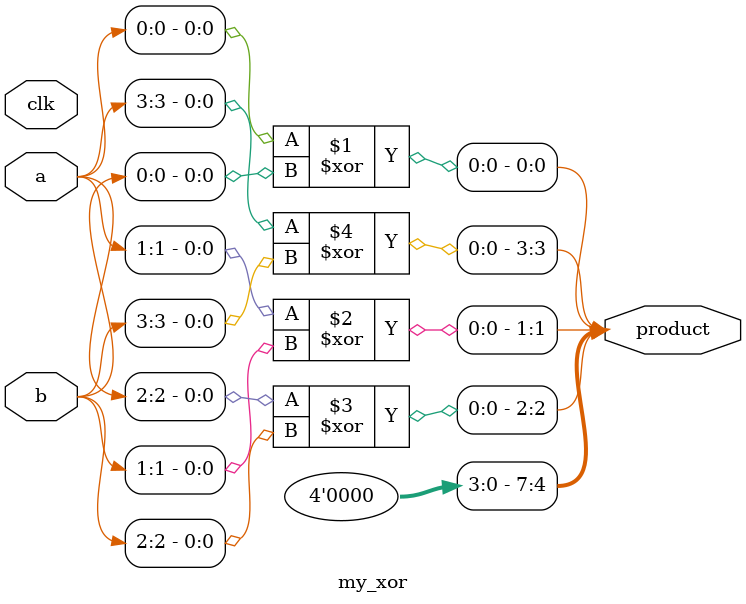
<source format=v>
module my_xor(input clk, input [3:0] a, b, output [7:0] product);
    
    // XOR as a bitwise operation
    assign product = {a[3] ^ b[3], a[2] ^ b[2], a[1] ^ b[1], a[0] ^ b[0]};
    

endmodule
</source>
